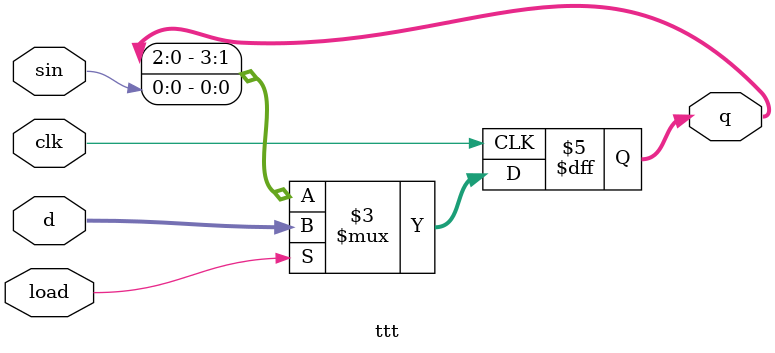
<source format=sv>
`timescale 1ns / 1ps

module ttt(
    input clk,
    input load,
    input sin,
    input [3:0] d,
    output logic [3:0] q
    );
    
always_ff @(posedge clk)
    if(load) q <= d;
    else q <= {q[2:0] , sin};
//    begin
//        q[3] <= q[2];
//        q[2] <= q[1];
//        q[1] <= q[0];
//        q[0] <= sin;
//    end
    
endmodule

</source>
